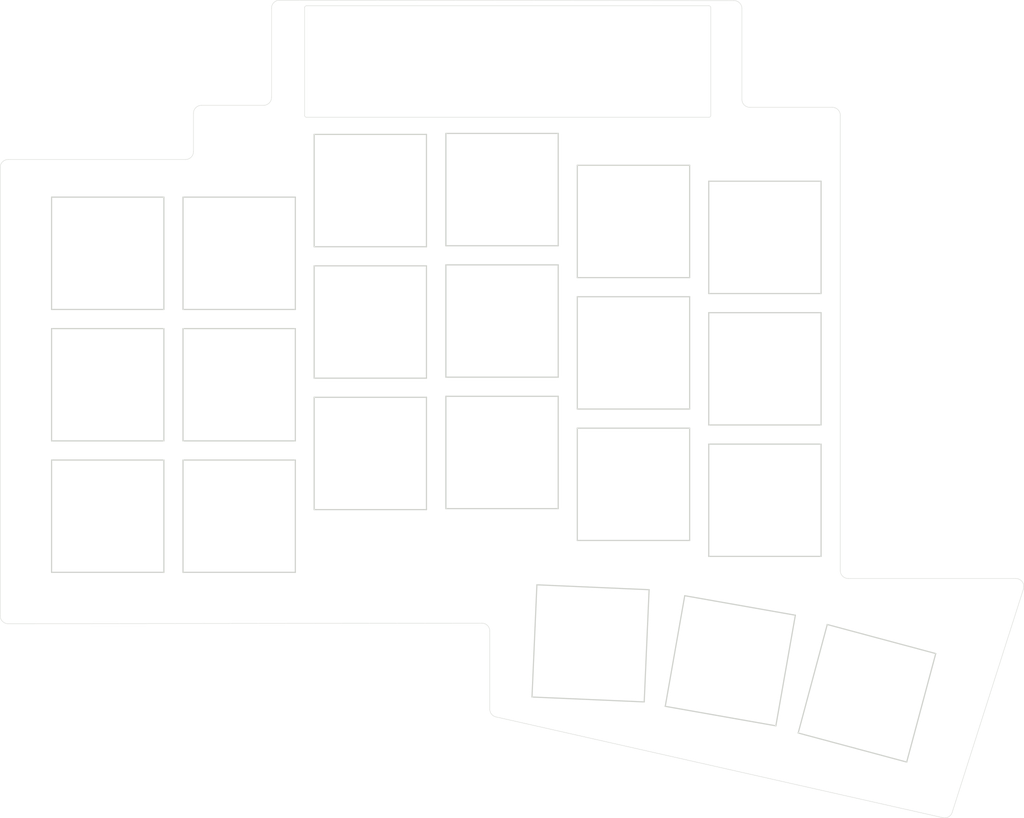
<source format=kicad_pcb>
(kicad_pcb (version 20241229) (generator "pcbnew") (generator_version "9.0")
  (layers (0 "F.Cu" signal) (2 "B.Cu" signal) (13 "F.Paste" user) (15 "B.Paste" user) (5 "F.SilkS" user "F.Silkscreen") (7 "B.SilkS" user "B.Silkscreen") (1 "F.Mask" user) (3 "B.Mask" user) (25 "Edge.Cuts" user))
  (net 0 "")
  (footprint "kbd_SW_Hole:SW_Hole_1u_16.5" (layer "F.Cu") (at 152.5375 104.375)
    (property "Reference" "SW20" (hide yes))
    (property "Value" "SW_Push" (hide yes))
    (fp_line (start -7.05 -7.05) (end 7.05 -7.05) (stroke (width 0.15)) (layer "Edge.Cuts"))
    (fp_line (start -7.05 7.05) (end -7.05 -7.05) (stroke (width 0.15)) (layer "Edge.Cuts"))
    (fp_line (start 7.05 -7.05) (end 7.05 7.05) (stroke (width 0.15)) (layer "Edge.Cuts"))
    (fp_line (start 7.05 7.05) (end -7.05 7.05) (stroke (width 0.15)) (layer "Edge.Cuts"))
  )
  (footprint "kbd_SW_Hole:SW_Hole_1u_16.5" (layer "F.Cu") (at 70.0375 73.375 180)
    (property "Reference" "SW1" (hide yes))
    (property "Value" "SW_Push" (hide yes))
    (fp_line (start 7.05 7.05) (end -7.05 7.05) (stroke (width 0.15)) (layer "Edge.Cuts"))
    (fp_line (start 7.05 -7.05) (end 7.05 7.05) (stroke (width 0.15)) (layer "Edge.Cuts"))
    (fp_line (start -7.05 7.05) (end -7.05 -7.05) (stroke (width 0.15)) (layer "Edge.Cuts"))
    (fp_line (start -7.05 -7.05) (end 7.05 -7.05) (stroke (width 0.15)) (layer "Edge.Cuts"))
  )
  (footprint "kbd_SW_Hole:SW_Hole_1u_16.5" (layer "F.Cu") (at 70.0375 89.875 180)
    (property "Reference" "SW2" (hide yes))
    (property "Value" "SW_Push" (hide yes))
    (fp_line (start 7.05 7.05) (end -7.05 7.05) (stroke (width 0.15)) (layer "Edge.Cuts"))
    (fp_line (start 7.05 -7.05) (end 7.05 7.05) (stroke (width 0.15)) (layer "Edge.Cuts"))
    (fp_line (start -7.05 7.05) (end -7.05 -7.05) (stroke (width 0.15)) (layer "Edge.Cuts"))
    (fp_line (start -7.05 -7.05) (end 7.05 -7.05) (stroke (width 0.15)) (layer "Edge.Cuts"))
  )
  (footprint "kbd_SW_Hole:SW_Hole_1u_16.5" (layer "F.Cu") (at 119.5375 98.375)
    (property "Reference" "SW12" (hide yes))
    (property "Value" "SW_Push" (hide yes))
    (fp_line (start -7.05 -7.05) (end 7.05 -7.05) (stroke (width 0.15)) (layer "Edge.Cuts"))
    (fp_line (start -7.05 7.05) (end -7.05 -7.05) (stroke (width 0.15)) (layer "Edge.Cuts"))
    (fp_line (start 7.05 -7.05) (end 7.05 7.05) (stroke (width 0.15)) (layer "Edge.Cuts"))
    (fp_line (start 7.05 7.05) (end -7.05 7.05) (stroke (width 0.15)) (layer "Edge.Cuts"))
  )
  (footprint "kbd_SW_Hole:SW_Hole_1u_16.5" (layer "F.Cu") (at 165.349206 128.608267 -15)
    (property "Reference" "SW21" (hide yes))
    (property "Value" "SW_Push" (hide yes))
    (fp_line (start -7.05 7.05) (end -7.05 -7.05) (stroke (width 0.15)) (layer "Edge.Cuts"))
    (fp_line (start -7.05 -7.05) (end 7.05 -7.05) (stroke (width 0.15)) (layer "Edge.Cuts"))
    (fp_line (start 7.05 7.05) (end -7.05 7.05) (stroke (width 0.15)) (layer "Edge.Cuts"))
    (fp_line (start 7.05 -7.05) (end 7.05 7.05) (stroke (width 0.15)) (layer "Edge.Cuts"))
  )
  (footprint "kbd_SW_Hole:SW_Hole_1u_16.5" (layer "F.Cu") (at 86.5375 89.875)
    (property "Reference" "SW5" (hide yes))
    (property "Value" "SW_Push" (hide yes))
    (fp_line (start -7.05 -7.05) (end 7.05 -7.05) (stroke (width 0.15)) (layer "Edge.Cuts"))
    (fp_line (start -7.05 7.05) (end -7.05 -7.05) (stroke (width 0.15)) (layer "Edge.Cuts"))
    (fp_line (start 7.05 -7.05) (end 7.05 7.05) (stroke (width 0.15)) (layer "Edge.Cuts"))
    (fp_line (start 7.05 7.05) (end -7.05 7.05) (stroke (width 0.15)) (layer "Edge.Cuts"))
  )
  (footprint "kbd_SW_Hole:SW_Hole_1u_16.5" (layer "F.Cu") (at 130.648543 122.34156 177.5)
    (property "Reference" "SW13" (hide yes))
    (property "Value" "SW_Push" (hide yes))
    (fp_line (start 7.05 -7.05) (end 7.05 7.05) (stroke (width 0.15)) (layer "Edge.Cuts"))
    (fp_line (start 7.05 7.05) (end -7.05 7.05) (stroke (width 0.15)) (layer "Edge.Cuts"))
    (fp_line (start -7.05 -7.05) (end 7.05 -7.05) (stroke (width 0.15)) (layer "Edge.Cuts"))
    (fp_line (start -7.05 7.05) (end -7.05 -7.05) (stroke (width 0.15)) (layer "Edge.Cuts"))
  )
  (footprint "kbd_SW_Hole:SW_Hole_1u_16.5" (layer "F.Cu") (at 152.5375 87.875)
    (property "Reference" "SW19" (hide yes))
    (property "Value" "SW_Push" (hide yes))
    (fp_line (start -7.05 -7.05) (end 7.05 -7.05) (stroke (width 0.15)) (layer "Edge.Cuts"))
    (fp_line (start -7.05 7.05) (end -7.05 -7.05) (stroke (width 0.15)) (layer "Edge.Cuts"))
    (fp_line (start 7.05 -7.05) (end 7.05 7.05) (stroke (width 0.15)) (layer "Edge.Cuts"))
    (fp_line (start 7.05 7.05) (end -7.05 7.05) (stroke (width 0.15)) (layer "Edge.Cuts"))
  )
  (footprint "kbd_Hole:m2_Screw_Hole" (layer "F.Cu") (at 178.95 123.75)
    (property "Reference" "Ref**")
    (property "Value" "Val**")
    (pad "" np_thru_hole circle (at 0 0) (size 2.2 2.2) (drill 2.2) (layers "*.Cu" "*.Mask"))
  )
  (footprint "kbd_SW_Hole:SW_Hole_1u_16.5" (layer "F.Cu") (at 119.5375 81.875)
    (property "Reference" "SW11" (hide yes))
    (property "Value" "SW_Push" (hide yes))
    (fp_line (start -7.05 -7.05) (end 7.05 -7.05) (stroke (width 0.15)) (layer "Edge.Cuts"))
    (fp_line (start -7.05 7.05) (end -7.05 -7.05) (stroke (width 0.15)) (layer "Edge.Cuts"))
    (fp_line (start 7.05 -7.05) (end 7.05 7.05) (stroke (width 0.15)) (layer "Edge.Cuts"))
    (fp_line (start 7.05 7.05) (end -7.05 7.05) (stroke (width 0.15)) (layer "Edge.Cuts"))
  )
  (footprint "kbd_SW_Hole:SW_Hole_1u_16.5" (layer "F.Cu") (at 103 98.5 180)
    (property "Reference" "SW9" (hide yes))
    (property "Value" "SW_Push" (hide yes))
    (fp_line (start 7.05 7.05) (end -7.05 7.05) (stroke (width 0.15)) (layer "Edge.Cuts"))
    (fp_line (start 7.05 -7.05) (end 7.05 7.05) (stroke (width 0.15)) (layer "Edge.Cuts"))
    (fp_line (start -7.05 7.05) (end -7.05 -7.05) (stroke (width 0.15)) (layer "Edge.Cuts"))
    (fp_line (start -7.05 -7.05) (end 7.05 -7.05) (stroke (width 0.15)) (layer "Edge.Cuts"))
  )
  (footprint "kbd_SW_Hole:SW_Hole_1u_16.5" (layer "F.Cu") (at 136.0375 102.375)
    (property "Reference" "SW16" (hide yes))
    (property "Value" "SW_Push" (hide yes))
    (fp_line (start -7.05 -7.05) (end 7.05 -7.05) (stroke (width 0.15)) (layer "Edge.Cuts"))
    (fp_line (start -7.05 7.05) (end -7.05 -7.05) (stroke (width 0.15)) (layer "Edge.Cuts"))
    (fp_line (start 7.05 -7.05) (end 7.05 7.05) (stroke (width 0.15)) (layer "Edge.Cuts"))
    (fp_line (start 7.05 7.05) (end -7.05 7.05) (stroke (width 0.15)) (layer "Edge.Cuts"))
  )
  (footprint "kbd_SW_Hole:SW_Hole_1u_16.5" (layer "F.Cu") (at 86.5375 106.375)
    (property "Reference" "SW6" (hide yes))
    (property "Value" "SW_Push" (hide yes))
    (fp_line (start -7.05 -7.05) (end 7.05 -7.05) (stroke (width 0.15)) (layer "Edge.Cuts"))
    (fp_line (start -7.05 7.05) (end -7.05 -7.05) (stroke (width 0.15)) (layer "Edge.Cuts"))
    (fp_line (start 7.05 -7.05) (end 7.05 7.05) (stroke (width 0.15)) (layer "Edge.Cuts"))
    (fp_line (start 7.05 7.05) (end -7.05 7.05) (stroke (width 0.15)) (layer "Edge.Cuts"))
  )
  (footprint "kbd_SW_Hole:SW_Hole_1u_16.5" (layer "F.Cu") (at 136.0375 69.375)
    (property "Reference" "SW14" (hide yes))
    (property "Value" "SW_Push" (hide yes))
    (fp_line (start -7.05 -7.05) (end 7.05 -7.05) (stroke (width 0.15)) (layer "Edge.Cuts"))
    (fp_line (start -7.05 7.05) (end -7.05 -7.05) (stroke (width 0.15)) (layer "Edge.Cuts"))
    (fp_line (start 7.05 -7.05) (end 7.05 7.05) (stroke (width 0.15)) (layer "Edge.Cuts"))
    (fp_line (start 7.05 7.05) (end -7.05 7.05) (stroke (width 0.15)) (layer "Edge.Cuts"))
  )
  (footprint "kbd_Hole:m2_Screw_Hole" (layer "F.Cu") (at 155.2 59.15)
    (property "Reference" "Ref**")
    (property "Value" "Val**")
    (pad "" np_thru_hole circle (at 0 0) (size 2.2 2.2) (drill 2.2) (layers "*.Cu" "*.Mask"))
  )
  (footprint "kbd_SW_Hole:SW_Hole_1u_16.5" (layer "F.Cu") (at 119.5375 65.375)
    (property "Reference" "SW10" (hide yes))
    (property "Value" "SW_Push" (hide yes))
    (fp_line (start -7.05 -7.05) (end 7.05 -7.05) (stroke (width 0.15)) (layer "Edge.Cuts"))
    (fp_line (start -7.05 7.05) (end -7.05 -7.05) (stroke (width 0.15)) (layer "Edge.Cuts"))
    (fp_line (start 7.05 -7.05) (end 7.05 7.05) (stroke (width 0.15)) (layer "Edge.Cuts"))
    (fp_line (start 7.05 7.05) (end -7.05 7.05) (stroke (width 0.15)) (layer "Edge.Cuts"))
  )
  (footprint "kbd_SW_Hole:SW_Hole_1u_16.5" (layer "F.Cu") (at 152.5375 71.375)
    (property "Reference" "SW18" (hide yes))
    (property "Value" "SW_Push" (hide yes))
    (fp_line (start -7.05 -7.05) (end 7.05 -7.05) (stroke (width 0.15)) (layer "Edge.Cuts"))
    (fp_line (start -7.05 7.05) (end -7.05 -7.05) (stroke (width 0.15)) (layer "Edge.Cuts"))
    (fp_line (start 7.05 -7.05) (end 7.05 7.05) (stroke (width 0.15)) (layer "Edge.Cuts"))
    (fp_line (start 7.05 7.05) (end -7.05 7.05) (stroke (width 0.15)) (layer "Edge.Cuts"))
  )
  (footprint "kbd_SW_Hole:SW_Hole_1u_16.5" (layer "F.Cu") (at 70.0375 106.375 180)
    (property "Reference" "SW3" (hide yes))
    (property "Value" "SW_Push" (hide yes))
    (fp_line (start 7.05 7.05) (end -7.05 7.05) (stroke (width 0.15)) (layer "Edge.Cuts"))
    (fp_line (start 7.05 -7.05) (end 7.05 7.05) (stroke (width 0.15)) (layer "Edge.Cuts"))
    (fp_line (start -7.05 7.05) (end -7.05 -7.05) (stroke (width 0.15)) (layer "Edge.Cuts"))
    (fp_line (start -7.05 -7.05) (end 7.05 -7.05) (stroke (width 0.15)) (layer "Edge.Cuts"))
  )
  (footprint "kbd_Hole:m2_Screw_Hole" (layer "F.Cu") (at 85 59.15)
    (property "Reference" "Ref**")
    (property "Value" "Val**")
    (pad "" np_thru_hole circle (at 0 0) (size 2.2 2.2) (drill 2.2) (layers "*.Cu" "*.Mask"))
  )
  (footprint "kbd_SW_Hole:SW_Hole_1u_16.5" (layer "F.Cu") (at 103 82 180)
    (property "Reference" "SW8" (hide yes))
    (property "Value" "SW_Push" (hide yes))
    (fp_line (start 7.05 7.05) (end -7.05 7.05) (stroke (width 0.15)) (layer "Edge.Cuts"))
    (fp_line (start 7.05 -7.05) (end 7.05 7.05) (stroke (width 0.15)) (layer "Edge.Cuts"))
    (fp_line (start -7.05 7.05) (end -7.05 -7.05) (stroke (width 0.15)) (layer "Edge.Cuts"))
    (fp_line (start -7.05 -7.05) (end 7.05 -7.05) (stroke (width 0.15)) (layer "Edge.Cuts"))
  )
  (footprint "kbd_SW_Hole:SW_Hole_1u_16.5" (layer "F.Cu") (at 136.0375 85.875)
    (property "Reference" "SW15" (hide yes))
    (property "Value" "SW_Push" (hide yes))
    (fp_line (start -7.05 -7.05) (end 7.05 -7.05) (stroke (width 0.15)) (layer "Edge.Cuts"))
    (fp_line (start -7.05 7.05) (end -7.05 -7.05) (stroke (width 0.15)) (layer "Edge.Cuts"))
    (fp_line (start 7.05 -7.05) (end 7.05 7.05) (stroke (width 0.15)) (layer "Edge.Cuts"))
    (fp_line (start 7.05 7.05) (end -7.05 7.05) (stroke (width 0.15)) (layer "Edge.Cuts"))
  )
  (footprint "kbd_Hole:m2_Screw_Hole" (layer "F.Cu") (at 102.85 112.95)
    (property "Reference" "Ref**")
    (property "Value" "Val**")
    (pad "" np_thru_hole circle (at 0 0) (size 2.2 2.2) (drill 2.2) (layers "*.Cu" "*.Mask"))
  )
  (footprint "kbd_SW_Hole:SW_Hole_1u_16.5" (layer "F.Cu") (at 148.192653 124.525974 -10)
    (property "Reference" "SW17" (hide yes))
    (property "Value" "SW_Push" (hide yes))
    (fp_line (start -7.05 7.05) (end -7.05 -7.05) (stroke (width 0.15)) (layer "Edge.Cuts"))
    (fp_line (start -7.05 -7.05) (end 7.05 -7.05) (stroke (width 0.15)) (layer "Edge.Cuts"))
    (fp_line (start 7.05 7.05) (end -7.05 7.05) (stroke (width 0.15)) (layer "Edge.Cuts"))
    (fp_line (start 7.05 -7.05) (end 7.05 7.05) (stroke (width 0.15)) (layer "Edge.Cuts"))
  )
  (footprint "kbd_SW_Hole:SW_Hole_1u_16.5" (layer "F.Cu") (at 103 65.5 180)
    (property "Reference" "SW7" (hide yes))
    (property "Value" "SW_Push" (hide yes))
    (fp_line (start 7.05 7.05) (end -7.05 7.05) (stroke (width 0.15)) (layer "Edge.Cuts"))
    (fp_line (start 7.05 -7.05) (end 7.05 7.05) (stroke (width 0.15)) (layer "Edge.Cuts"))
    (fp_line (start -7.05 7.05) (end -7.05 -7.05) (stroke (width 0.15)) (layer "Edge.Cuts"))
    (fp_line (start -7.05 -7.05) (end 7.05 -7.05) (stroke (width 0.15)) (layer "Edge.Cuts"))
  )
  (footprint "kbd_SW_Hole:SW_Hole_1u_16.5" (layer "F.Cu") (at 86.5375 73.375)
    (property "Reference" "SW4" (hide yes))
    (property "Value" "SW_Push" (hide yes))
    (fp_line (start -7.05 -7.05) (end 7.05 -7.05) (stroke (width 0.15)) (layer "Edge.Cuts"))
    (fp_line (start -7.05 7.05) (end -7.05 -7.05) (stroke (width 0.15)) (layer "Edge.Cuts"))
    (fp_line (start 7.05 -7.05) (end 7.05 7.05) (stroke (width 0.15)) (layer "Edge.Cuts"))
    (fp_line (start 7.05 7.05) (end -7.05 7.05) (stroke (width 0.15)) (layer "Edge.Cuts"))
  )
  (gr_arc (start 116.996217 119.803797) (mid 117.705768 120.095347) (end 118 120.80379) (stroke (width 0.05)) (layer "Edge.Cuts"))
  (gr_line (start 80.8 55.8) (end 80.8 60.6) (stroke (width 0.05)) (layer "Edge.Cuts"))
  (gr_arc (start 161 55.05) (mid 161.707107 55.342893) (end 162 56.05) (stroke (width 0.05)) (layer "Edge.Cuts"))
  (gr_arc (start 145.5 42.3) (mid 145.676777 42.373223) (end 145.75 42.55) (stroke (width 0.05)) (layer "Edge.Cuts"))
  (gr_line (start 145.75 56.05) (end 145.75 42.55) (stroke (width 0.05)) (layer "Edge.Cuts"))
  (gr_arc (start 90.6 42.600854) (mid 90.893211 41.893475) (end 91.600854 41.600855) (stroke (width 0.05)) (layer "Edge.Cuts"))
  (gr_arc (start 163 114.2) (mid 162.292893 113.907107) (end 162 113.2) (stroke (width 0.05)) (layer "Edge.Cuts"))
  (gr_line (start 174.875695 144.224991) (end 118.780031 131.575891) (stroke (width 0.05)) (layer "Edge.Cuts"))
  (gr_arc (start 118.780031 131.575891) (mid 118.218985 131.224896) (end 118 130.600384) (stroke (width 0.05)) (layer "Edge.Cuts"))
  (gr_arc (start 56.5375 62.6) (mid 56.830393 61.892893) (end 57.5375 61.6) (stroke (width 0.05)) (layer "Edge.Cuts"))
  (gr_line (start 89.6 54.8) (end 81.8 54.8) (stroke (width 0.05)) (layer "Edge.Cuts"))
  (gr_arc (start 145.75 56.05) (mid 145.676777 56.226777) (end 145.5 56.3) (stroke (width 0.05)) (layer "Edge.Cuts"))
  (gr_arc (start 95 56.3) (mid 94.823223 56.226777) (end 94.75 56.05) (stroke (width 0.05)) (layer "Edge.Cuts"))
  (gr_line (start 56.5375 62.6) (end 56.5375 118.875) (stroke (width 0.05)) (layer "Edge.Cuts"))
  (gr_line (start 95 56.3) (end 145.5 56.3) (stroke (width 0.05)) (layer "Edge.Cuts"))
  (gr_line (start 57.5375 61.6) (end 79.8 61.6) (stroke (width 0.05)) (layer "Edge.Cuts"))
  (gr_arc (start 80.8 60.6) (mid 80.507107 61.307107) (end 79.8 61.6) (stroke (width 0.05)) (layer "Edge.Cuts"))
  (gr_arc (start 150.65 55.05) (mid 149.942893 54.757107) (end 149.65 54.05) (stroke (width 0.05)) (layer "Edge.Cuts"))
  (gr_arc (start 176.055927 143.53255) (mid 175.602783 144.112202) (end 174.875695 144.224991) (stroke (width 0.05)) (layer "Edge.Cuts"))
  (gr_arc (start 80.8 55.8) (mid 81.092893 55.092893) (end 81.8 54.8) (stroke (width 0.05)) (layer "Edge.Cuts"))
  (gr_line (start 184.990239 115.523164) (end 176.055927 143.53255) (stroke (width 0.05)) (layer "Edge.Cuts"))
  (gr_line (start 116.996217 119.803797) (end 57.5375 119.875) (stroke (width 0.05)) (layer "Edge.Cuts"))
  (gr_line (start 149.65 42.649579) (end 149.65 54.05) (stroke (width 0.05)) (layer "Edge.Cuts"))
  (gr_line (start 148.650421 41.649579) (end 91.600854 41.600855) (stroke (width 0.05)) (layer "Edge.Cuts"))
  (gr_line (start 150.65 55.05) (end 161 55.05) (stroke (width 0.05)) (layer "Edge.Cuts"))
  (gr_arc (start 185.037532 115.219481) (mid 185.025626 115.373151) (end 184.990239 115.523164) (stroke (width 0.05)) (layer "Edge.Cuts"))
  (gr_arc (start 94.75 42.55) (mid 94.823223 42.373223) (end 95 42.3) (stroke (width 0.05)) (layer "Edge.Cuts"))
  (gr_line (start 185.037532 115.2193) (end 185.037618 115.212231) (stroke (width 0.05)) (layer "Edge.Cuts"))
  (gr_arc (start 90.6 53.8) (mid 90.307107 54.507107) (end 89.6 54.8) (stroke (width 0.05)) (layer "Edge.Cuts"))
  (gr_line (start 94.75 42.55) (end 94.75 56.05) (stroke (width 0.05)) (layer "Edge.Cuts"))
  (gr_line (start 145.5 42.3) (end 95 42.3) (stroke (width 0.05)) (layer "Edge.Cuts"))
  (gr_line (start 90.6 42.600854) (end 90.6 53.8) (stroke (width 0.05)) (layer "Edge.Cuts"))
  (gr_arc (start 57.5375 119.875) (mid 56.830393 119.582107) (end 56.5375 118.875) (stroke (width 0.05)) (layer "Edge.Cuts"))
  (gr_line (start 118 130.600384) (end 118 120.80379) (stroke (width 0.05)) (layer "Edge.Cuts"))
  (gr_arc (start 148.650421 41.649579) (mid 149.357263 41.94262) (end 149.65 42.649579) (stroke (width 0.05)) (layer "Edge.Cuts"))
  (gr_line (start 163 114.2) (end 184.037693 114.2) (stroke (width 0.05)) (layer "Edge.Cuts"))
  (gr_arc (start 184.037693 114.2) (mid 184.749116 114.497228) (end 185.037618 115.212231) (stroke (width 0.05)) (layer "Edge.Cuts"))
  (gr_line (start 162 113.2) (end 162 56.05) (stroke (width 0.05)) (layer "Edge.Cuts"))
)
</source>
